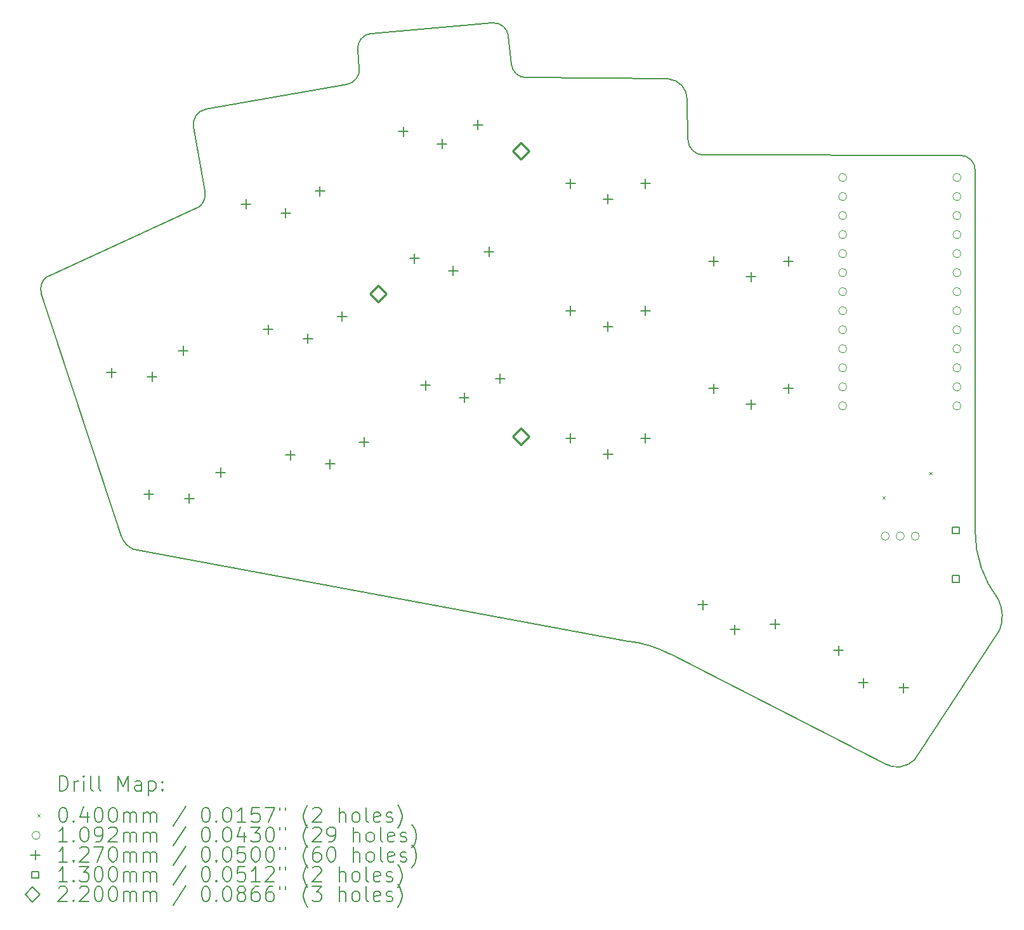
<source format=gbr>
%FSLAX45Y45*%
G04 Gerber Fmt 4.5, Leading zero omitted, Abs format (unit mm)*
G04 Created by KiCad (PCBNEW (6.0.4-0)) date 2022-04-29 17:53:32*
%MOMM*%
%LPD*%
G01*
G04 APERTURE LIST*
%TA.AperFunction,Profile*%
%ADD10C,0.150000*%
%TD*%
%ADD11C,0.200000*%
%ADD12C,0.040000*%
%ADD13C,0.109220*%
%ADD14C,0.127000*%
%ADD15C,0.130000*%
%ADD16C,0.220000*%
G04 APERTURE END LIST*
D10*
X10251727Y11883106D02*
G75*
G03*
X10450959Y11700537I199233J17424D01*
G01*
X12608825Y10870340D02*
X12598400Y11404600D01*
X8058800Y11611548D02*
G75*
G03*
X8223309Y11825945I-34731J196962D01*
G01*
X16763999Y4318001D02*
G75*
G03*
X16752859Y4733046I-472509J194990D01*
G01*
X16441111Y5648503D02*
G75*
G03*
X16752859Y4733046I1499999J-3D01*
G01*
X6012082Y11047576D02*
X6163049Y10187462D01*
X11806780Y4180264D02*
X5213573Y5402893D01*
X8383412Y12290698D02*
X9997248Y12431891D01*
X5045087Y5585913D02*
G75*
G03*
X5213573Y5402893I284373J92727D01*
G01*
X16241109Y10662943D02*
X12811720Y10667647D01*
X10450959Y11700537D02*
X12344400Y11684000D01*
X3981545Y8816164D02*
X5045086Y5585913D01*
X10213921Y12250083D02*
G75*
G03*
X9997248Y12431891I-199241J-17433D01*
G01*
X12608823Y10870340D02*
G75*
G03*
X12811720Y10667647I208337J5651D01*
G01*
X6174314Y11279267D02*
G75*
G03*
X6012083Y11047576I34730J-196961D01*
G01*
X15635421Y2598579D02*
X16764000Y4318000D01*
X12374669Y4003459D02*
G75*
G03*
X11806780Y4180264I-740959J-1379509D01*
G01*
X15240000Y2540000D02*
X12374669Y4003459D01*
X12598400Y11404600D02*
G75*
G03*
X12344400Y11684000I-271540J8300D01*
G01*
X15239997Y2539995D02*
G75*
G03*
X15635421Y2598579I158233J295765D01*
G01*
X4045827Y9037960D02*
G75*
G03*
X3981545Y8816164I127373J-157130D01*
G01*
X10213918Y12250083D02*
X10251720Y11883106D01*
X6174314Y11279267D02*
X8058800Y11611553D01*
X6089110Y9978178D02*
G75*
G03*
X6163049Y10187462I-151740J171312D01*
G01*
X8383413Y12290696D02*
G75*
G03*
X8201605Y12074028I17427J-199236D01*
G01*
X4045827Y9037960D02*
X6089109Y9978180D01*
X8223309Y11825945D02*
X8201605Y12074028D01*
X16441105Y10464800D02*
G75*
G03*
X16241109Y10662943I-193446J4750D01*
G01*
X16441109Y5648503D02*
X16441109Y10464800D01*
D11*
D12*
X15202220Y6116000D02*
X15242220Y6076000D01*
X15242220Y6116000D02*
X15202220Y6076000D01*
X15824848Y6441267D02*
X15864848Y6401267D01*
X15864848Y6441267D02*
X15824848Y6401267D01*
D13*
X14728331Y10368254D02*
G75*
G03*
X14728331Y10368254I-54610J0D01*
G01*
X14728331Y10114254D02*
G75*
G03*
X14728331Y10114254I-54610J0D01*
G01*
X14728331Y9860254D02*
G75*
G03*
X14728331Y9860254I-54610J0D01*
G01*
X14728331Y9606254D02*
G75*
G03*
X14728331Y9606254I-54610J0D01*
G01*
X14728331Y9352254D02*
G75*
G03*
X14728331Y9352254I-54610J0D01*
G01*
X14728331Y9098254D02*
G75*
G03*
X14728331Y9098254I-54610J0D01*
G01*
X14728331Y8844254D02*
G75*
G03*
X14728331Y8844254I-54610J0D01*
G01*
X14728331Y8590254D02*
G75*
G03*
X14728331Y8590254I-54610J0D01*
G01*
X14728331Y8336254D02*
G75*
G03*
X14728331Y8336254I-54610J0D01*
G01*
X14728331Y8082254D02*
G75*
G03*
X14728331Y8082254I-54610J0D01*
G01*
X14728331Y7828254D02*
G75*
G03*
X14728331Y7828254I-54610J0D01*
G01*
X14728331Y7574254D02*
G75*
G03*
X14728331Y7574254I-54610J0D01*
G01*
X14728331Y7320254D02*
G75*
G03*
X14728331Y7320254I-54610J0D01*
G01*
X15295719Y5581648D02*
G75*
G03*
X15295719Y5581648I-54610J0D01*
G01*
X15495719Y5581648D02*
G75*
G03*
X15495719Y5581648I-54610J0D01*
G01*
X15695719Y5581648D02*
G75*
G03*
X15695719Y5581648I-54610J0D01*
G01*
X16252331Y10368254D02*
G75*
G03*
X16252331Y10368254I-54610J0D01*
G01*
X16252331Y10114254D02*
G75*
G03*
X16252331Y10114254I-54610J0D01*
G01*
X16252331Y9860254D02*
G75*
G03*
X16252331Y9860254I-54610J0D01*
G01*
X16252331Y9606254D02*
G75*
G03*
X16252331Y9606254I-54610J0D01*
G01*
X16252331Y9352254D02*
G75*
G03*
X16252331Y9352254I-54610J0D01*
G01*
X16252331Y9098254D02*
G75*
G03*
X16252331Y9098254I-54610J0D01*
G01*
X16252331Y8844254D02*
G75*
G03*
X16252331Y8844254I-54610J0D01*
G01*
X16252331Y8590254D02*
G75*
G03*
X16252331Y8590254I-54610J0D01*
G01*
X16252331Y8336254D02*
G75*
G03*
X16252331Y8336254I-54610J0D01*
G01*
X16252331Y8082254D02*
G75*
G03*
X16252331Y8082254I-54610J0D01*
G01*
X16252331Y7828254D02*
G75*
G03*
X16252331Y7828254I-54610J0D01*
G01*
X16252331Y7574254D02*
G75*
G03*
X16252331Y7574254I-54610J0D01*
G01*
X16252331Y7320254D02*
G75*
G03*
X16252331Y7320254I-54610J0D01*
G01*
D14*
X4917175Y7826915D02*
X4917175Y7699915D01*
X4853675Y7763415D02*
X4980675Y7763415D01*
X5414207Y6201196D02*
X5414207Y6074196D01*
X5350707Y6137696D02*
X5477707Y6137696D01*
X5456725Y7772276D02*
X5456725Y7645276D01*
X5393225Y7708776D02*
X5520225Y7708776D01*
X5456725Y7772276D02*
X5456725Y7645276D01*
X5393225Y7708776D02*
X5520225Y7708776D01*
X5873479Y8119286D02*
X5873479Y7992286D01*
X5809979Y8055786D02*
X5936979Y8055786D01*
X5953757Y6146558D02*
X5953757Y6019558D01*
X5890257Y6083058D02*
X6017257Y6083058D01*
X5953757Y6146558D02*
X5953757Y6019558D01*
X5890257Y6083058D02*
X6017257Y6083058D01*
X6370511Y6493568D02*
X6370511Y6366568D01*
X6307011Y6430068D02*
X6434011Y6430068D01*
X6712293Y10076956D02*
X6712293Y9949956D01*
X6648793Y10013456D02*
X6775793Y10013456D01*
X7007495Y8402783D02*
X7007495Y8275782D01*
X6943995Y8339282D02*
X7070995Y8339282D01*
X7241163Y9956970D02*
X7241163Y9829970D01*
X7177663Y9893470D02*
X7304663Y9893470D01*
X7241163Y9956970D02*
X7241163Y9829970D01*
X7177663Y9893470D02*
X7304663Y9893470D01*
X7302697Y6728609D02*
X7302697Y6601609D01*
X7239197Y6665109D02*
X7366197Y6665109D01*
X7536365Y8282797D02*
X7536365Y8155797D01*
X7472865Y8219297D02*
X7599865Y8219297D01*
X7536365Y8282797D02*
X7536365Y8155797D01*
X7472865Y8219297D02*
X7599865Y8219297D01*
X7697101Y10250604D02*
X7697101Y10123604D01*
X7633601Y10187104D02*
X7760601Y10187104D01*
X7831567Y6608624D02*
X7831567Y6481624D01*
X7768067Y6545124D02*
X7895067Y6545124D01*
X7831567Y6608624D02*
X7831567Y6481624D01*
X7768067Y6545124D02*
X7895067Y6545124D01*
X7992303Y8576431D02*
X7992303Y8449431D01*
X7928803Y8512931D02*
X8055803Y8512931D01*
X8287505Y6902257D02*
X8287505Y6775257D01*
X8224005Y6838757D02*
X8351005Y6838757D01*
X8809021Y11046316D02*
X8809021Y10919316D01*
X8745521Y10982816D02*
X8872521Y10982816D01*
X8957186Y9352785D02*
X8957186Y9225785D01*
X8893686Y9289285D02*
X9020686Y9289285D01*
X9105351Y7659254D02*
X9105351Y7532254D01*
X9041851Y7595754D02*
X9168851Y7595754D01*
X9325422Y10880693D02*
X9325422Y10753693D01*
X9261922Y10817193D02*
X9388922Y10817193D01*
X9325422Y10880693D02*
X9325422Y10753693D01*
X9261922Y10817193D02*
X9388922Y10817193D01*
X9473586Y9187162D02*
X9473586Y9060162D01*
X9410086Y9123662D02*
X9537086Y9123662D01*
X9473586Y9187162D02*
X9473586Y9060162D01*
X9410086Y9123662D02*
X9537086Y9123662D01*
X9621751Y7493631D02*
X9621751Y7366631D01*
X9558251Y7430131D02*
X9685251Y7430131D01*
X9621751Y7493631D02*
X9621751Y7366631D01*
X9558251Y7430131D02*
X9685251Y7430131D01*
X9805216Y11133472D02*
X9805216Y11006472D01*
X9741716Y11069972D02*
X9868716Y11069972D01*
X9953381Y9439941D02*
X9953381Y9312941D01*
X9889881Y9376441D02*
X10016881Y9376441D01*
X10101546Y7746410D02*
X10101546Y7619410D01*
X10038046Y7682910D02*
X10165046Y7682910D01*
X11041109Y10352102D02*
X11041109Y10225102D01*
X10977609Y10288602D02*
X11104609Y10288602D01*
X11041109Y8652102D02*
X11041109Y8525102D01*
X10977609Y8588602D02*
X11104609Y8588602D01*
X11041109Y6952102D02*
X11041109Y6825102D01*
X10977609Y6888602D02*
X11104609Y6888602D01*
X11541109Y10142102D02*
X11541109Y10015102D01*
X11477609Y10078602D02*
X11604609Y10078602D01*
X11541109Y10142102D02*
X11541109Y10015102D01*
X11477609Y10078602D02*
X11604609Y10078602D01*
X11541109Y8442102D02*
X11541109Y8315102D01*
X11477609Y8378602D02*
X11604609Y8378602D01*
X11541109Y8442102D02*
X11541109Y8315102D01*
X11477609Y8378602D02*
X11604609Y8378602D01*
X11541109Y6742102D02*
X11541109Y6615102D01*
X11477609Y6678602D02*
X11604609Y6678602D01*
X11541109Y6742102D02*
X11541109Y6615102D01*
X11477609Y6678602D02*
X11604609Y6678602D01*
X12041109Y10352102D02*
X12041109Y10225102D01*
X11977609Y10288602D02*
X12104609Y10288602D01*
X12041109Y8652102D02*
X12041109Y8525102D01*
X11977609Y8588602D02*
X12104609Y8588602D01*
X12041109Y6952102D02*
X12041109Y6825102D01*
X11977609Y6888602D02*
X12104609Y6888602D01*
X12807790Y4729732D02*
X12807790Y4602732D01*
X12744290Y4666232D02*
X12871290Y4666232D01*
X12951733Y9314599D02*
X12951733Y9187599D01*
X12888233Y9251099D02*
X13015233Y9251099D01*
X12951733Y7614598D02*
X12951733Y7487598D01*
X12888233Y7551098D02*
X13015233Y7551098D01*
X13236401Y4397478D02*
X13236401Y4270478D01*
X13172901Y4333978D02*
X13299901Y4333978D01*
X13236401Y4397478D02*
X13236401Y4270478D01*
X13172901Y4333978D02*
X13299901Y4333978D01*
X13451733Y9104599D02*
X13451733Y8977599D01*
X13388233Y9041099D02*
X13515233Y9041099D01*
X13451733Y9104599D02*
X13451733Y8977599D01*
X13388233Y9041099D02*
X13515233Y9041099D01*
X13451733Y7404598D02*
X13451733Y7277598D01*
X13388233Y7341098D02*
X13515233Y7341098D01*
X13451733Y7404598D02*
X13451733Y7277598D01*
X13388233Y7341098D02*
X13515233Y7341098D01*
X13773716Y4470913D02*
X13773716Y4343913D01*
X13710216Y4407413D02*
X13837216Y4407413D01*
X13951733Y9314599D02*
X13951733Y9187599D01*
X13888233Y9251099D02*
X14015233Y9251099D01*
X13951733Y7614598D02*
X13951733Y7487598D01*
X13888233Y7551098D02*
X14015233Y7551098D01*
X14619852Y4120432D02*
X14619852Y3993432D01*
X14556352Y4056932D02*
X14683352Y4056932D01*
X14947864Y3688566D02*
X14947864Y3561566D01*
X14884364Y3625066D02*
X15011364Y3625066D01*
X14947864Y3688566D02*
X14947864Y3561566D01*
X14884364Y3625066D02*
X15011364Y3625066D01*
X15485877Y3620432D02*
X15485877Y3493432D01*
X15422377Y3556932D02*
X15549377Y3556932D01*
D15*
X16230962Y5613038D02*
X16230962Y5704962D01*
X16139038Y5704962D01*
X16139038Y5613038D01*
X16230962Y5613038D01*
X16230962Y4963038D02*
X16230962Y5054962D01*
X16139038Y5054962D01*
X16139038Y4963038D01*
X16230962Y4963038D01*
D16*
X8473325Y8703912D02*
X8583325Y8813912D01*
X8473325Y8923912D01*
X8363325Y8813912D01*
X8473325Y8703912D01*
X10378325Y10608912D02*
X10488325Y10718912D01*
X10378325Y10828912D01*
X10268325Y10718912D01*
X10378325Y10608912D01*
X10378325Y6798912D02*
X10488325Y6908912D01*
X10378325Y7018912D01*
X10268325Y6908912D01*
X10378325Y6798912D01*
D11*
X4221048Y2182352D02*
X4221048Y2382352D01*
X4268667Y2382352D01*
X4297239Y2372828D01*
X4316286Y2353780D01*
X4325810Y2334733D01*
X4335334Y2296637D01*
X4335334Y2268066D01*
X4325810Y2229971D01*
X4316286Y2210923D01*
X4297239Y2191875D01*
X4268667Y2182352D01*
X4221048Y2182352D01*
X4421048Y2182352D02*
X4421048Y2315685D01*
X4421048Y2277590D02*
X4430572Y2296637D01*
X4440096Y2306161D01*
X4459144Y2315685D01*
X4478191Y2315685D01*
X4544858Y2182352D02*
X4544858Y2315685D01*
X4544858Y2382352D02*
X4535334Y2372828D01*
X4544858Y2363304D01*
X4554382Y2372828D01*
X4544858Y2382352D01*
X4544858Y2363304D01*
X4668667Y2182352D02*
X4649620Y2191875D01*
X4640096Y2210923D01*
X4640096Y2382352D01*
X4773429Y2182352D02*
X4754382Y2191875D01*
X4744858Y2210923D01*
X4744858Y2382352D01*
X5002001Y2182352D02*
X5002001Y2382352D01*
X5068667Y2239494D01*
X5135334Y2382352D01*
X5135334Y2182352D01*
X5316286Y2182352D02*
X5316286Y2287114D01*
X5306763Y2306161D01*
X5287715Y2315685D01*
X5249620Y2315685D01*
X5230572Y2306161D01*
X5316286Y2191875D02*
X5297239Y2182352D01*
X5249620Y2182352D01*
X5230572Y2191875D01*
X5221048Y2210923D01*
X5221048Y2229971D01*
X5230572Y2249018D01*
X5249620Y2258542D01*
X5297239Y2258542D01*
X5316286Y2268066D01*
X5411525Y2315685D02*
X5411525Y2115685D01*
X5411525Y2306161D02*
X5430572Y2315685D01*
X5468667Y2315685D01*
X5487715Y2306161D01*
X5497239Y2296637D01*
X5506763Y2277590D01*
X5506763Y2220447D01*
X5497239Y2201399D01*
X5487715Y2191875D01*
X5468667Y2182352D01*
X5430572Y2182352D01*
X5411525Y2191875D01*
X5592477Y2201399D02*
X5602001Y2191875D01*
X5592477Y2182352D01*
X5582953Y2191875D01*
X5592477Y2201399D01*
X5592477Y2182352D01*
X5592477Y2306161D02*
X5602001Y2296637D01*
X5592477Y2287114D01*
X5582953Y2296637D01*
X5592477Y2306161D01*
X5592477Y2287114D01*
D12*
X3923429Y1872828D02*
X3963429Y1832828D01*
X3963429Y1872828D02*
X3923429Y1832828D01*
D11*
X4259144Y1962352D02*
X4278191Y1962352D01*
X4297239Y1952828D01*
X4306763Y1943304D01*
X4316286Y1924256D01*
X4325810Y1886161D01*
X4325810Y1838542D01*
X4316286Y1800447D01*
X4306763Y1781399D01*
X4297239Y1771875D01*
X4278191Y1762352D01*
X4259144Y1762352D01*
X4240096Y1771875D01*
X4230572Y1781399D01*
X4221048Y1800447D01*
X4211525Y1838542D01*
X4211525Y1886161D01*
X4221048Y1924256D01*
X4230572Y1943304D01*
X4240096Y1952828D01*
X4259144Y1962352D01*
X4411525Y1781399D02*
X4421048Y1771875D01*
X4411525Y1762352D01*
X4402001Y1771875D01*
X4411525Y1781399D01*
X4411525Y1762352D01*
X4592477Y1895685D02*
X4592477Y1762352D01*
X4544858Y1971875D02*
X4497239Y1829018D01*
X4621048Y1829018D01*
X4735334Y1962352D02*
X4754382Y1962352D01*
X4773429Y1952828D01*
X4782953Y1943304D01*
X4792477Y1924256D01*
X4802001Y1886161D01*
X4802001Y1838542D01*
X4792477Y1800447D01*
X4782953Y1781399D01*
X4773429Y1771875D01*
X4754382Y1762352D01*
X4735334Y1762352D01*
X4716286Y1771875D01*
X4706763Y1781399D01*
X4697239Y1800447D01*
X4687715Y1838542D01*
X4687715Y1886161D01*
X4697239Y1924256D01*
X4706763Y1943304D01*
X4716286Y1952828D01*
X4735334Y1962352D01*
X4925810Y1962352D02*
X4944858Y1962352D01*
X4963905Y1952828D01*
X4973429Y1943304D01*
X4982953Y1924256D01*
X4992477Y1886161D01*
X4992477Y1838542D01*
X4982953Y1800447D01*
X4973429Y1781399D01*
X4963905Y1771875D01*
X4944858Y1762352D01*
X4925810Y1762352D01*
X4906763Y1771875D01*
X4897239Y1781399D01*
X4887715Y1800447D01*
X4878191Y1838542D01*
X4878191Y1886161D01*
X4887715Y1924256D01*
X4897239Y1943304D01*
X4906763Y1952828D01*
X4925810Y1962352D01*
X5078191Y1762352D02*
X5078191Y1895685D01*
X5078191Y1876637D02*
X5087715Y1886161D01*
X5106763Y1895685D01*
X5135334Y1895685D01*
X5154382Y1886161D01*
X5163905Y1867113D01*
X5163905Y1762352D01*
X5163905Y1867113D02*
X5173429Y1886161D01*
X5192477Y1895685D01*
X5221048Y1895685D01*
X5240096Y1886161D01*
X5249620Y1867113D01*
X5249620Y1762352D01*
X5344858Y1762352D02*
X5344858Y1895685D01*
X5344858Y1876637D02*
X5354382Y1886161D01*
X5373429Y1895685D01*
X5402001Y1895685D01*
X5421048Y1886161D01*
X5430572Y1867113D01*
X5430572Y1762352D01*
X5430572Y1867113D02*
X5440096Y1886161D01*
X5459144Y1895685D01*
X5487715Y1895685D01*
X5506763Y1886161D01*
X5516286Y1867113D01*
X5516286Y1762352D01*
X5906763Y1971875D02*
X5735334Y1714732D01*
X6163905Y1962352D02*
X6182953Y1962352D01*
X6202001Y1952828D01*
X6211524Y1943304D01*
X6221048Y1924256D01*
X6230572Y1886161D01*
X6230572Y1838542D01*
X6221048Y1800447D01*
X6211524Y1781399D01*
X6202001Y1771875D01*
X6182953Y1762352D01*
X6163905Y1762352D01*
X6144858Y1771875D01*
X6135334Y1781399D01*
X6125810Y1800447D01*
X6116286Y1838542D01*
X6116286Y1886161D01*
X6125810Y1924256D01*
X6135334Y1943304D01*
X6144858Y1952828D01*
X6163905Y1962352D01*
X6316286Y1781399D02*
X6325810Y1771875D01*
X6316286Y1762352D01*
X6306763Y1771875D01*
X6316286Y1781399D01*
X6316286Y1762352D01*
X6449620Y1962352D02*
X6468667Y1962352D01*
X6487715Y1952828D01*
X6497239Y1943304D01*
X6506763Y1924256D01*
X6516286Y1886161D01*
X6516286Y1838542D01*
X6506763Y1800447D01*
X6497239Y1781399D01*
X6487715Y1771875D01*
X6468667Y1762352D01*
X6449620Y1762352D01*
X6430572Y1771875D01*
X6421048Y1781399D01*
X6411524Y1800447D01*
X6402001Y1838542D01*
X6402001Y1886161D01*
X6411524Y1924256D01*
X6421048Y1943304D01*
X6430572Y1952828D01*
X6449620Y1962352D01*
X6706763Y1762352D02*
X6592477Y1762352D01*
X6649620Y1762352D02*
X6649620Y1962352D01*
X6630572Y1933780D01*
X6611524Y1914732D01*
X6592477Y1905209D01*
X6887715Y1962352D02*
X6792477Y1962352D01*
X6782953Y1867113D01*
X6792477Y1876637D01*
X6811524Y1886161D01*
X6859143Y1886161D01*
X6878191Y1876637D01*
X6887715Y1867113D01*
X6897239Y1848066D01*
X6897239Y1800447D01*
X6887715Y1781399D01*
X6878191Y1771875D01*
X6859143Y1762352D01*
X6811524Y1762352D01*
X6792477Y1771875D01*
X6782953Y1781399D01*
X6963905Y1962352D02*
X7097239Y1962352D01*
X7011524Y1762352D01*
X7163905Y1962352D02*
X7163905Y1924256D01*
X7240096Y1962352D02*
X7240096Y1924256D01*
X7535334Y1686161D02*
X7525810Y1695685D01*
X7506763Y1724256D01*
X7497239Y1743304D01*
X7487715Y1771875D01*
X7478191Y1819494D01*
X7478191Y1857590D01*
X7487715Y1905209D01*
X7497239Y1933780D01*
X7506763Y1952828D01*
X7525810Y1981399D01*
X7535334Y1990923D01*
X7602001Y1943304D02*
X7611524Y1952828D01*
X7630572Y1962352D01*
X7678191Y1962352D01*
X7697239Y1952828D01*
X7706763Y1943304D01*
X7716286Y1924256D01*
X7716286Y1905209D01*
X7706763Y1876637D01*
X7592477Y1762352D01*
X7716286Y1762352D01*
X7954382Y1762352D02*
X7954382Y1962352D01*
X8040096Y1762352D02*
X8040096Y1867113D01*
X8030572Y1886161D01*
X8011524Y1895685D01*
X7982953Y1895685D01*
X7963905Y1886161D01*
X7954382Y1876637D01*
X8163905Y1762352D02*
X8144858Y1771875D01*
X8135334Y1781399D01*
X8125810Y1800447D01*
X8125810Y1857590D01*
X8135334Y1876637D01*
X8144858Y1886161D01*
X8163905Y1895685D01*
X8192477Y1895685D01*
X8211524Y1886161D01*
X8221048Y1876637D01*
X8230572Y1857590D01*
X8230572Y1800447D01*
X8221048Y1781399D01*
X8211524Y1771875D01*
X8192477Y1762352D01*
X8163905Y1762352D01*
X8344858Y1762352D02*
X8325810Y1771875D01*
X8316286Y1790923D01*
X8316286Y1962352D01*
X8497239Y1771875D02*
X8478191Y1762352D01*
X8440096Y1762352D01*
X8421048Y1771875D01*
X8411525Y1790923D01*
X8411525Y1867113D01*
X8421048Y1886161D01*
X8440096Y1895685D01*
X8478191Y1895685D01*
X8497239Y1886161D01*
X8506763Y1867113D01*
X8506763Y1848066D01*
X8411525Y1829018D01*
X8582953Y1771875D02*
X8602001Y1762352D01*
X8640096Y1762352D01*
X8659144Y1771875D01*
X8668667Y1790923D01*
X8668667Y1800447D01*
X8659144Y1819494D01*
X8640096Y1829018D01*
X8611525Y1829018D01*
X8592477Y1838542D01*
X8582953Y1857590D01*
X8582953Y1867113D01*
X8592477Y1886161D01*
X8611525Y1895685D01*
X8640096Y1895685D01*
X8659144Y1886161D01*
X8735334Y1686161D02*
X8744858Y1695685D01*
X8763905Y1724256D01*
X8773429Y1743304D01*
X8782953Y1771875D01*
X8792477Y1819494D01*
X8792477Y1857590D01*
X8782953Y1905209D01*
X8773429Y1933780D01*
X8763905Y1952828D01*
X8744858Y1981399D01*
X8735334Y1990923D01*
D13*
X3963429Y1588828D02*
G75*
G03*
X3963429Y1588828I-54610J0D01*
G01*
D11*
X4325810Y1498352D02*
X4211525Y1498352D01*
X4268667Y1498352D02*
X4268667Y1698352D01*
X4249620Y1669780D01*
X4230572Y1650732D01*
X4211525Y1641209D01*
X4411525Y1517399D02*
X4421048Y1507875D01*
X4411525Y1498352D01*
X4402001Y1507875D01*
X4411525Y1517399D01*
X4411525Y1498352D01*
X4544858Y1698352D02*
X4563905Y1698352D01*
X4582953Y1688828D01*
X4592477Y1679304D01*
X4602001Y1660256D01*
X4611525Y1622161D01*
X4611525Y1574542D01*
X4602001Y1536447D01*
X4592477Y1517399D01*
X4582953Y1507875D01*
X4563905Y1498352D01*
X4544858Y1498352D01*
X4525810Y1507875D01*
X4516286Y1517399D01*
X4506763Y1536447D01*
X4497239Y1574542D01*
X4497239Y1622161D01*
X4506763Y1660256D01*
X4516286Y1679304D01*
X4525810Y1688828D01*
X4544858Y1698352D01*
X4706763Y1498352D02*
X4744858Y1498352D01*
X4763905Y1507875D01*
X4773429Y1517399D01*
X4792477Y1545971D01*
X4802001Y1584066D01*
X4802001Y1660256D01*
X4792477Y1679304D01*
X4782953Y1688828D01*
X4763905Y1698352D01*
X4725810Y1698352D01*
X4706763Y1688828D01*
X4697239Y1679304D01*
X4687715Y1660256D01*
X4687715Y1612637D01*
X4697239Y1593590D01*
X4706763Y1584066D01*
X4725810Y1574542D01*
X4763905Y1574542D01*
X4782953Y1584066D01*
X4792477Y1593590D01*
X4802001Y1612637D01*
X4878191Y1679304D02*
X4887715Y1688828D01*
X4906763Y1698352D01*
X4954382Y1698352D01*
X4973429Y1688828D01*
X4982953Y1679304D01*
X4992477Y1660256D01*
X4992477Y1641209D01*
X4982953Y1612637D01*
X4868667Y1498352D01*
X4992477Y1498352D01*
X5078191Y1498352D02*
X5078191Y1631685D01*
X5078191Y1612637D02*
X5087715Y1622161D01*
X5106763Y1631685D01*
X5135334Y1631685D01*
X5154382Y1622161D01*
X5163905Y1603113D01*
X5163905Y1498352D01*
X5163905Y1603113D02*
X5173429Y1622161D01*
X5192477Y1631685D01*
X5221048Y1631685D01*
X5240096Y1622161D01*
X5249620Y1603113D01*
X5249620Y1498352D01*
X5344858Y1498352D02*
X5344858Y1631685D01*
X5344858Y1612637D02*
X5354382Y1622161D01*
X5373429Y1631685D01*
X5402001Y1631685D01*
X5421048Y1622161D01*
X5430572Y1603113D01*
X5430572Y1498352D01*
X5430572Y1603113D02*
X5440096Y1622161D01*
X5459144Y1631685D01*
X5487715Y1631685D01*
X5506763Y1622161D01*
X5516286Y1603113D01*
X5516286Y1498352D01*
X5906763Y1707875D02*
X5735334Y1450732D01*
X6163905Y1698352D02*
X6182953Y1698352D01*
X6202001Y1688828D01*
X6211524Y1679304D01*
X6221048Y1660256D01*
X6230572Y1622161D01*
X6230572Y1574542D01*
X6221048Y1536447D01*
X6211524Y1517399D01*
X6202001Y1507875D01*
X6182953Y1498352D01*
X6163905Y1498352D01*
X6144858Y1507875D01*
X6135334Y1517399D01*
X6125810Y1536447D01*
X6116286Y1574542D01*
X6116286Y1622161D01*
X6125810Y1660256D01*
X6135334Y1679304D01*
X6144858Y1688828D01*
X6163905Y1698352D01*
X6316286Y1517399D02*
X6325810Y1507875D01*
X6316286Y1498352D01*
X6306763Y1507875D01*
X6316286Y1517399D01*
X6316286Y1498352D01*
X6449620Y1698352D02*
X6468667Y1698352D01*
X6487715Y1688828D01*
X6497239Y1679304D01*
X6506763Y1660256D01*
X6516286Y1622161D01*
X6516286Y1574542D01*
X6506763Y1536447D01*
X6497239Y1517399D01*
X6487715Y1507875D01*
X6468667Y1498352D01*
X6449620Y1498352D01*
X6430572Y1507875D01*
X6421048Y1517399D01*
X6411524Y1536447D01*
X6402001Y1574542D01*
X6402001Y1622161D01*
X6411524Y1660256D01*
X6421048Y1679304D01*
X6430572Y1688828D01*
X6449620Y1698352D01*
X6687715Y1631685D02*
X6687715Y1498352D01*
X6640096Y1707875D02*
X6592477Y1565018D01*
X6716286Y1565018D01*
X6773429Y1698352D02*
X6897239Y1698352D01*
X6830572Y1622161D01*
X6859143Y1622161D01*
X6878191Y1612637D01*
X6887715Y1603113D01*
X6897239Y1584066D01*
X6897239Y1536447D01*
X6887715Y1517399D01*
X6878191Y1507875D01*
X6859143Y1498352D01*
X6802001Y1498352D01*
X6782953Y1507875D01*
X6773429Y1517399D01*
X7021048Y1698352D02*
X7040096Y1698352D01*
X7059143Y1688828D01*
X7068667Y1679304D01*
X7078191Y1660256D01*
X7087715Y1622161D01*
X7087715Y1574542D01*
X7078191Y1536447D01*
X7068667Y1517399D01*
X7059143Y1507875D01*
X7040096Y1498352D01*
X7021048Y1498352D01*
X7002001Y1507875D01*
X6992477Y1517399D01*
X6982953Y1536447D01*
X6973429Y1574542D01*
X6973429Y1622161D01*
X6982953Y1660256D01*
X6992477Y1679304D01*
X7002001Y1688828D01*
X7021048Y1698352D01*
X7163905Y1698352D02*
X7163905Y1660256D01*
X7240096Y1698352D02*
X7240096Y1660256D01*
X7535334Y1422161D02*
X7525810Y1431685D01*
X7506763Y1460256D01*
X7497239Y1479304D01*
X7487715Y1507875D01*
X7478191Y1555494D01*
X7478191Y1593590D01*
X7487715Y1641209D01*
X7497239Y1669780D01*
X7506763Y1688828D01*
X7525810Y1717399D01*
X7535334Y1726923D01*
X7602001Y1679304D02*
X7611524Y1688828D01*
X7630572Y1698352D01*
X7678191Y1698352D01*
X7697239Y1688828D01*
X7706763Y1679304D01*
X7716286Y1660256D01*
X7716286Y1641209D01*
X7706763Y1612637D01*
X7592477Y1498352D01*
X7716286Y1498352D01*
X7811524Y1498352D02*
X7849620Y1498352D01*
X7868667Y1507875D01*
X7878191Y1517399D01*
X7897239Y1545971D01*
X7906763Y1584066D01*
X7906763Y1660256D01*
X7897239Y1679304D01*
X7887715Y1688828D01*
X7868667Y1698352D01*
X7830572Y1698352D01*
X7811524Y1688828D01*
X7802001Y1679304D01*
X7792477Y1660256D01*
X7792477Y1612637D01*
X7802001Y1593590D01*
X7811524Y1584066D01*
X7830572Y1574542D01*
X7868667Y1574542D01*
X7887715Y1584066D01*
X7897239Y1593590D01*
X7906763Y1612637D01*
X8144858Y1498352D02*
X8144858Y1698352D01*
X8230572Y1498352D02*
X8230572Y1603113D01*
X8221048Y1622161D01*
X8202001Y1631685D01*
X8173429Y1631685D01*
X8154382Y1622161D01*
X8144858Y1612637D01*
X8354382Y1498352D02*
X8335334Y1507875D01*
X8325810Y1517399D01*
X8316286Y1536447D01*
X8316286Y1593590D01*
X8325810Y1612637D01*
X8335334Y1622161D01*
X8354382Y1631685D01*
X8382953Y1631685D01*
X8402001Y1622161D01*
X8411525Y1612637D01*
X8421048Y1593590D01*
X8421048Y1536447D01*
X8411525Y1517399D01*
X8402001Y1507875D01*
X8382953Y1498352D01*
X8354382Y1498352D01*
X8535334Y1498352D02*
X8516286Y1507875D01*
X8506763Y1526923D01*
X8506763Y1698352D01*
X8687715Y1507875D02*
X8668667Y1498352D01*
X8630572Y1498352D01*
X8611525Y1507875D01*
X8602001Y1526923D01*
X8602001Y1603113D01*
X8611525Y1622161D01*
X8630572Y1631685D01*
X8668667Y1631685D01*
X8687715Y1622161D01*
X8697239Y1603113D01*
X8697239Y1584066D01*
X8602001Y1565018D01*
X8773429Y1507875D02*
X8792477Y1498352D01*
X8830572Y1498352D01*
X8849620Y1507875D01*
X8859144Y1526923D01*
X8859144Y1536447D01*
X8849620Y1555494D01*
X8830572Y1565018D01*
X8802001Y1565018D01*
X8782953Y1574542D01*
X8773429Y1593590D01*
X8773429Y1603113D01*
X8782953Y1622161D01*
X8802001Y1631685D01*
X8830572Y1631685D01*
X8849620Y1622161D01*
X8925810Y1422161D02*
X8935334Y1431685D01*
X8954382Y1460256D01*
X8963905Y1479304D01*
X8973429Y1507875D01*
X8982953Y1555494D01*
X8982953Y1593590D01*
X8973429Y1641209D01*
X8963905Y1669780D01*
X8954382Y1688828D01*
X8935334Y1717399D01*
X8925810Y1726923D01*
D14*
X3899929Y1388328D02*
X3899929Y1261328D01*
X3836429Y1324828D02*
X3963429Y1324828D01*
D11*
X4325810Y1234352D02*
X4211525Y1234352D01*
X4268667Y1234352D02*
X4268667Y1434352D01*
X4249620Y1405780D01*
X4230572Y1386733D01*
X4211525Y1377209D01*
X4411525Y1253399D02*
X4421048Y1243875D01*
X4411525Y1234352D01*
X4402001Y1243875D01*
X4411525Y1253399D01*
X4411525Y1234352D01*
X4497239Y1415304D02*
X4506763Y1424828D01*
X4525810Y1434352D01*
X4573429Y1434352D01*
X4592477Y1424828D01*
X4602001Y1415304D01*
X4611525Y1396256D01*
X4611525Y1377209D01*
X4602001Y1348637D01*
X4487715Y1234352D01*
X4611525Y1234352D01*
X4678191Y1434352D02*
X4811525Y1434352D01*
X4725810Y1234352D01*
X4925810Y1434352D02*
X4944858Y1434352D01*
X4963905Y1424828D01*
X4973429Y1415304D01*
X4982953Y1396256D01*
X4992477Y1358161D01*
X4992477Y1310542D01*
X4982953Y1272447D01*
X4973429Y1253399D01*
X4963905Y1243875D01*
X4944858Y1234352D01*
X4925810Y1234352D01*
X4906763Y1243875D01*
X4897239Y1253399D01*
X4887715Y1272447D01*
X4878191Y1310542D01*
X4878191Y1358161D01*
X4887715Y1396256D01*
X4897239Y1415304D01*
X4906763Y1424828D01*
X4925810Y1434352D01*
X5078191Y1234352D02*
X5078191Y1367685D01*
X5078191Y1348637D02*
X5087715Y1358161D01*
X5106763Y1367685D01*
X5135334Y1367685D01*
X5154382Y1358161D01*
X5163905Y1339114D01*
X5163905Y1234352D01*
X5163905Y1339114D02*
X5173429Y1358161D01*
X5192477Y1367685D01*
X5221048Y1367685D01*
X5240096Y1358161D01*
X5249620Y1339114D01*
X5249620Y1234352D01*
X5344858Y1234352D02*
X5344858Y1367685D01*
X5344858Y1348637D02*
X5354382Y1358161D01*
X5373429Y1367685D01*
X5402001Y1367685D01*
X5421048Y1358161D01*
X5430572Y1339114D01*
X5430572Y1234352D01*
X5430572Y1339114D02*
X5440096Y1358161D01*
X5459144Y1367685D01*
X5487715Y1367685D01*
X5506763Y1358161D01*
X5516286Y1339114D01*
X5516286Y1234352D01*
X5906763Y1443875D02*
X5735334Y1186733D01*
X6163905Y1434352D02*
X6182953Y1434352D01*
X6202001Y1424828D01*
X6211524Y1415304D01*
X6221048Y1396256D01*
X6230572Y1358161D01*
X6230572Y1310542D01*
X6221048Y1272447D01*
X6211524Y1253399D01*
X6202001Y1243875D01*
X6182953Y1234352D01*
X6163905Y1234352D01*
X6144858Y1243875D01*
X6135334Y1253399D01*
X6125810Y1272447D01*
X6116286Y1310542D01*
X6116286Y1358161D01*
X6125810Y1396256D01*
X6135334Y1415304D01*
X6144858Y1424828D01*
X6163905Y1434352D01*
X6316286Y1253399D02*
X6325810Y1243875D01*
X6316286Y1234352D01*
X6306763Y1243875D01*
X6316286Y1253399D01*
X6316286Y1234352D01*
X6449620Y1434352D02*
X6468667Y1434352D01*
X6487715Y1424828D01*
X6497239Y1415304D01*
X6506763Y1396256D01*
X6516286Y1358161D01*
X6516286Y1310542D01*
X6506763Y1272447D01*
X6497239Y1253399D01*
X6487715Y1243875D01*
X6468667Y1234352D01*
X6449620Y1234352D01*
X6430572Y1243875D01*
X6421048Y1253399D01*
X6411524Y1272447D01*
X6402001Y1310542D01*
X6402001Y1358161D01*
X6411524Y1396256D01*
X6421048Y1415304D01*
X6430572Y1424828D01*
X6449620Y1434352D01*
X6697239Y1434352D02*
X6602001Y1434352D01*
X6592477Y1339114D01*
X6602001Y1348637D01*
X6621048Y1358161D01*
X6668667Y1358161D01*
X6687715Y1348637D01*
X6697239Y1339114D01*
X6706763Y1320066D01*
X6706763Y1272447D01*
X6697239Y1253399D01*
X6687715Y1243875D01*
X6668667Y1234352D01*
X6621048Y1234352D01*
X6602001Y1243875D01*
X6592477Y1253399D01*
X6830572Y1434352D02*
X6849620Y1434352D01*
X6868667Y1424828D01*
X6878191Y1415304D01*
X6887715Y1396256D01*
X6897239Y1358161D01*
X6897239Y1310542D01*
X6887715Y1272447D01*
X6878191Y1253399D01*
X6868667Y1243875D01*
X6849620Y1234352D01*
X6830572Y1234352D01*
X6811524Y1243875D01*
X6802001Y1253399D01*
X6792477Y1272447D01*
X6782953Y1310542D01*
X6782953Y1358161D01*
X6792477Y1396256D01*
X6802001Y1415304D01*
X6811524Y1424828D01*
X6830572Y1434352D01*
X7021048Y1434352D02*
X7040096Y1434352D01*
X7059143Y1424828D01*
X7068667Y1415304D01*
X7078191Y1396256D01*
X7087715Y1358161D01*
X7087715Y1310542D01*
X7078191Y1272447D01*
X7068667Y1253399D01*
X7059143Y1243875D01*
X7040096Y1234352D01*
X7021048Y1234352D01*
X7002001Y1243875D01*
X6992477Y1253399D01*
X6982953Y1272447D01*
X6973429Y1310542D01*
X6973429Y1358161D01*
X6982953Y1396256D01*
X6992477Y1415304D01*
X7002001Y1424828D01*
X7021048Y1434352D01*
X7163905Y1434352D02*
X7163905Y1396256D01*
X7240096Y1434352D02*
X7240096Y1396256D01*
X7535334Y1158161D02*
X7525810Y1167685D01*
X7506763Y1196256D01*
X7497239Y1215304D01*
X7487715Y1243875D01*
X7478191Y1291494D01*
X7478191Y1329590D01*
X7487715Y1377209D01*
X7497239Y1405780D01*
X7506763Y1424828D01*
X7525810Y1453399D01*
X7535334Y1462923D01*
X7697239Y1434352D02*
X7659143Y1434352D01*
X7640096Y1424828D01*
X7630572Y1415304D01*
X7611524Y1386733D01*
X7602001Y1348637D01*
X7602001Y1272447D01*
X7611524Y1253399D01*
X7621048Y1243875D01*
X7640096Y1234352D01*
X7678191Y1234352D01*
X7697239Y1243875D01*
X7706763Y1253399D01*
X7716286Y1272447D01*
X7716286Y1320066D01*
X7706763Y1339114D01*
X7697239Y1348637D01*
X7678191Y1358161D01*
X7640096Y1358161D01*
X7621048Y1348637D01*
X7611524Y1339114D01*
X7602001Y1320066D01*
X7840096Y1434352D02*
X7859143Y1434352D01*
X7878191Y1424828D01*
X7887715Y1415304D01*
X7897239Y1396256D01*
X7906763Y1358161D01*
X7906763Y1310542D01*
X7897239Y1272447D01*
X7887715Y1253399D01*
X7878191Y1243875D01*
X7859143Y1234352D01*
X7840096Y1234352D01*
X7821048Y1243875D01*
X7811524Y1253399D01*
X7802001Y1272447D01*
X7792477Y1310542D01*
X7792477Y1358161D01*
X7802001Y1396256D01*
X7811524Y1415304D01*
X7821048Y1424828D01*
X7840096Y1434352D01*
X8144858Y1234352D02*
X8144858Y1434352D01*
X8230572Y1234352D02*
X8230572Y1339114D01*
X8221048Y1358161D01*
X8202001Y1367685D01*
X8173429Y1367685D01*
X8154382Y1358161D01*
X8144858Y1348637D01*
X8354382Y1234352D02*
X8335334Y1243875D01*
X8325810Y1253399D01*
X8316286Y1272447D01*
X8316286Y1329590D01*
X8325810Y1348637D01*
X8335334Y1358161D01*
X8354382Y1367685D01*
X8382953Y1367685D01*
X8402001Y1358161D01*
X8411525Y1348637D01*
X8421048Y1329590D01*
X8421048Y1272447D01*
X8411525Y1253399D01*
X8402001Y1243875D01*
X8382953Y1234352D01*
X8354382Y1234352D01*
X8535334Y1234352D02*
X8516286Y1243875D01*
X8506763Y1262923D01*
X8506763Y1434352D01*
X8687715Y1243875D02*
X8668667Y1234352D01*
X8630572Y1234352D01*
X8611525Y1243875D01*
X8602001Y1262923D01*
X8602001Y1339114D01*
X8611525Y1358161D01*
X8630572Y1367685D01*
X8668667Y1367685D01*
X8687715Y1358161D01*
X8697239Y1339114D01*
X8697239Y1320066D01*
X8602001Y1301018D01*
X8773429Y1243875D02*
X8792477Y1234352D01*
X8830572Y1234352D01*
X8849620Y1243875D01*
X8859144Y1262923D01*
X8859144Y1272447D01*
X8849620Y1291494D01*
X8830572Y1301018D01*
X8802001Y1301018D01*
X8782953Y1310542D01*
X8773429Y1329590D01*
X8773429Y1339114D01*
X8782953Y1358161D01*
X8802001Y1367685D01*
X8830572Y1367685D01*
X8849620Y1358161D01*
X8925810Y1158161D02*
X8935334Y1167685D01*
X8954382Y1196256D01*
X8963905Y1215304D01*
X8973429Y1243875D01*
X8982953Y1291494D01*
X8982953Y1329590D01*
X8973429Y1377209D01*
X8963905Y1405780D01*
X8954382Y1424828D01*
X8935334Y1453399D01*
X8925810Y1462923D01*
D15*
X3944392Y1014865D02*
X3944392Y1106790D01*
X3852467Y1106790D01*
X3852467Y1014865D01*
X3944392Y1014865D01*
D11*
X4325810Y970352D02*
X4211525Y970352D01*
X4268667Y970352D02*
X4268667Y1170352D01*
X4249620Y1141780D01*
X4230572Y1122733D01*
X4211525Y1113209D01*
X4411525Y989399D02*
X4421048Y979875D01*
X4411525Y970352D01*
X4402001Y979875D01*
X4411525Y989399D01*
X4411525Y970352D01*
X4487715Y1170352D02*
X4611525Y1170352D01*
X4544858Y1094161D01*
X4573429Y1094161D01*
X4592477Y1084637D01*
X4602001Y1075114D01*
X4611525Y1056066D01*
X4611525Y1008447D01*
X4602001Y989399D01*
X4592477Y979875D01*
X4573429Y970352D01*
X4516286Y970352D01*
X4497239Y979875D01*
X4487715Y989399D01*
X4735334Y1170352D02*
X4754382Y1170352D01*
X4773429Y1160828D01*
X4782953Y1151304D01*
X4792477Y1132256D01*
X4802001Y1094161D01*
X4802001Y1046542D01*
X4792477Y1008447D01*
X4782953Y989399D01*
X4773429Y979875D01*
X4754382Y970352D01*
X4735334Y970352D01*
X4716286Y979875D01*
X4706763Y989399D01*
X4697239Y1008447D01*
X4687715Y1046542D01*
X4687715Y1094161D01*
X4697239Y1132256D01*
X4706763Y1151304D01*
X4716286Y1160828D01*
X4735334Y1170352D01*
X4925810Y1170352D02*
X4944858Y1170352D01*
X4963905Y1160828D01*
X4973429Y1151304D01*
X4982953Y1132256D01*
X4992477Y1094161D01*
X4992477Y1046542D01*
X4982953Y1008447D01*
X4973429Y989399D01*
X4963905Y979875D01*
X4944858Y970352D01*
X4925810Y970352D01*
X4906763Y979875D01*
X4897239Y989399D01*
X4887715Y1008447D01*
X4878191Y1046542D01*
X4878191Y1094161D01*
X4887715Y1132256D01*
X4897239Y1151304D01*
X4906763Y1160828D01*
X4925810Y1170352D01*
X5078191Y970352D02*
X5078191Y1103685D01*
X5078191Y1084637D02*
X5087715Y1094161D01*
X5106763Y1103685D01*
X5135334Y1103685D01*
X5154382Y1094161D01*
X5163905Y1075114D01*
X5163905Y970352D01*
X5163905Y1075114D02*
X5173429Y1094161D01*
X5192477Y1103685D01*
X5221048Y1103685D01*
X5240096Y1094161D01*
X5249620Y1075114D01*
X5249620Y970352D01*
X5344858Y970352D02*
X5344858Y1103685D01*
X5344858Y1084637D02*
X5354382Y1094161D01*
X5373429Y1103685D01*
X5402001Y1103685D01*
X5421048Y1094161D01*
X5430572Y1075114D01*
X5430572Y970352D01*
X5430572Y1075114D02*
X5440096Y1094161D01*
X5459144Y1103685D01*
X5487715Y1103685D01*
X5506763Y1094161D01*
X5516286Y1075114D01*
X5516286Y970352D01*
X5906763Y1179875D02*
X5735334Y922732D01*
X6163905Y1170352D02*
X6182953Y1170352D01*
X6202001Y1160828D01*
X6211524Y1151304D01*
X6221048Y1132256D01*
X6230572Y1094161D01*
X6230572Y1046542D01*
X6221048Y1008447D01*
X6211524Y989399D01*
X6202001Y979875D01*
X6182953Y970352D01*
X6163905Y970352D01*
X6144858Y979875D01*
X6135334Y989399D01*
X6125810Y1008447D01*
X6116286Y1046542D01*
X6116286Y1094161D01*
X6125810Y1132256D01*
X6135334Y1151304D01*
X6144858Y1160828D01*
X6163905Y1170352D01*
X6316286Y989399D02*
X6325810Y979875D01*
X6316286Y970352D01*
X6306763Y979875D01*
X6316286Y989399D01*
X6316286Y970352D01*
X6449620Y1170352D02*
X6468667Y1170352D01*
X6487715Y1160828D01*
X6497239Y1151304D01*
X6506763Y1132256D01*
X6516286Y1094161D01*
X6516286Y1046542D01*
X6506763Y1008447D01*
X6497239Y989399D01*
X6487715Y979875D01*
X6468667Y970352D01*
X6449620Y970352D01*
X6430572Y979875D01*
X6421048Y989399D01*
X6411524Y1008447D01*
X6402001Y1046542D01*
X6402001Y1094161D01*
X6411524Y1132256D01*
X6421048Y1151304D01*
X6430572Y1160828D01*
X6449620Y1170352D01*
X6697239Y1170352D02*
X6602001Y1170352D01*
X6592477Y1075114D01*
X6602001Y1084637D01*
X6621048Y1094161D01*
X6668667Y1094161D01*
X6687715Y1084637D01*
X6697239Y1075114D01*
X6706763Y1056066D01*
X6706763Y1008447D01*
X6697239Y989399D01*
X6687715Y979875D01*
X6668667Y970352D01*
X6621048Y970352D01*
X6602001Y979875D01*
X6592477Y989399D01*
X6897239Y970352D02*
X6782953Y970352D01*
X6840096Y970352D02*
X6840096Y1170352D01*
X6821048Y1141780D01*
X6802001Y1122733D01*
X6782953Y1113209D01*
X6973429Y1151304D02*
X6982953Y1160828D01*
X7002001Y1170352D01*
X7049620Y1170352D01*
X7068667Y1160828D01*
X7078191Y1151304D01*
X7087715Y1132256D01*
X7087715Y1113209D01*
X7078191Y1084637D01*
X6963905Y970352D01*
X7087715Y970352D01*
X7163905Y1170352D02*
X7163905Y1132256D01*
X7240096Y1170352D02*
X7240096Y1132256D01*
X7535334Y894161D02*
X7525810Y903685D01*
X7506763Y932256D01*
X7497239Y951304D01*
X7487715Y979875D01*
X7478191Y1027494D01*
X7478191Y1065590D01*
X7487715Y1113209D01*
X7497239Y1141780D01*
X7506763Y1160828D01*
X7525810Y1189399D01*
X7535334Y1198923D01*
X7602001Y1151304D02*
X7611524Y1160828D01*
X7630572Y1170352D01*
X7678191Y1170352D01*
X7697239Y1160828D01*
X7706763Y1151304D01*
X7716286Y1132256D01*
X7716286Y1113209D01*
X7706763Y1084637D01*
X7592477Y970352D01*
X7716286Y970352D01*
X7954382Y970352D02*
X7954382Y1170352D01*
X8040096Y970352D02*
X8040096Y1075114D01*
X8030572Y1094161D01*
X8011524Y1103685D01*
X7982953Y1103685D01*
X7963905Y1094161D01*
X7954382Y1084637D01*
X8163905Y970352D02*
X8144858Y979875D01*
X8135334Y989399D01*
X8125810Y1008447D01*
X8125810Y1065590D01*
X8135334Y1084637D01*
X8144858Y1094161D01*
X8163905Y1103685D01*
X8192477Y1103685D01*
X8211524Y1094161D01*
X8221048Y1084637D01*
X8230572Y1065590D01*
X8230572Y1008447D01*
X8221048Y989399D01*
X8211524Y979875D01*
X8192477Y970352D01*
X8163905Y970352D01*
X8344858Y970352D02*
X8325810Y979875D01*
X8316286Y998923D01*
X8316286Y1170352D01*
X8497239Y979875D02*
X8478191Y970352D01*
X8440096Y970352D01*
X8421048Y979875D01*
X8411525Y998923D01*
X8411525Y1075114D01*
X8421048Y1094161D01*
X8440096Y1103685D01*
X8478191Y1103685D01*
X8497239Y1094161D01*
X8506763Y1075114D01*
X8506763Y1056066D01*
X8411525Y1037018D01*
X8582953Y979875D02*
X8602001Y970352D01*
X8640096Y970352D01*
X8659144Y979875D01*
X8668667Y998923D01*
X8668667Y1008447D01*
X8659144Y1027494D01*
X8640096Y1037018D01*
X8611525Y1037018D01*
X8592477Y1046542D01*
X8582953Y1065590D01*
X8582953Y1075114D01*
X8592477Y1094161D01*
X8611525Y1103685D01*
X8640096Y1103685D01*
X8659144Y1094161D01*
X8735334Y894161D02*
X8744858Y903685D01*
X8763905Y932256D01*
X8773429Y951304D01*
X8782953Y979875D01*
X8792477Y1027494D01*
X8792477Y1065590D01*
X8782953Y1113209D01*
X8773429Y1141780D01*
X8763905Y1160828D01*
X8744858Y1189399D01*
X8735334Y1198923D01*
X3863429Y696828D02*
X3963429Y796828D01*
X3863429Y896828D01*
X3763429Y796828D01*
X3863429Y696828D01*
X4211525Y887304D02*
X4221048Y896828D01*
X4240096Y906352D01*
X4287715Y906352D01*
X4306763Y896828D01*
X4316286Y887304D01*
X4325810Y868256D01*
X4325810Y849209D01*
X4316286Y820637D01*
X4202001Y706352D01*
X4325810Y706352D01*
X4411525Y725399D02*
X4421048Y715875D01*
X4411525Y706352D01*
X4402001Y715875D01*
X4411525Y725399D01*
X4411525Y706352D01*
X4497239Y887304D02*
X4506763Y896828D01*
X4525810Y906352D01*
X4573429Y906352D01*
X4592477Y896828D01*
X4602001Y887304D01*
X4611525Y868256D01*
X4611525Y849209D01*
X4602001Y820637D01*
X4487715Y706352D01*
X4611525Y706352D01*
X4735334Y906352D02*
X4754382Y906352D01*
X4773429Y896828D01*
X4782953Y887304D01*
X4792477Y868256D01*
X4802001Y830161D01*
X4802001Y782542D01*
X4792477Y744447D01*
X4782953Y725399D01*
X4773429Y715875D01*
X4754382Y706352D01*
X4735334Y706352D01*
X4716286Y715875D01*
X4706763Y725399D01*
X4697239Y744447D01*
X4687715Y782542D01*
X4687715Y830161D01*
X4697239Y868256D01*
X4706763Y887304D01*
X4716286Y896828D01*
X4735334Y906352D01*
X4925810Y906352D02*
X4944858Y906352D01*
X4963905Y896828D01*
X4973429Y887304D01*
X4982953Y868256D01*
X4992477Y830161D01*
X4992477Y782542D01*
X4982953Y744447D01*
X4973429Y725399D01*
X4963905Y715875D01*
X4944858Y706352D01*
X4925810Y706352D01*
X4906763Y715875D01*
X4897239Y725399D01*
X4887715Y744447D01*
X4878191Y782542D01*
X4878191Y830161D01*
X4887715Y868256D01*
X4897239Y887304D01*
X4906763Y896828D01*
X4925810Y906352D01*
X5078191Y706352D02*
X5078191Y839685D01*
X5078191Y820637D02*
X5087715Y830161D01*
X5106763Y839685D01*
X5135334Y839685D01*
X5154382Y830161D01*
X5163905Y811113D01*
X5163905Y706352D01*
X5163905Y811113D02*
X5173429Y830161D01*
X5192477Y839685D01*
X5221048Y839685D01*
X5240096Y830161D01*
X5249620Y811113D01*
X5249620Y706352D01*
X5344858Y706352D02*
X5344858Y839685D01*
X5344858Y820637D02*
X5354382Y830161D01*
X5373429Y839685D01*
X5402001Y839685D01*
X5421048Y830161D01*
X5430572Y811113D01*
X5430572Y706352D01*
X5430572Y811113D02*
X5440096Y830161D01*
X5459144Y839685D01*
X5487715Y839685D01*
X5506763Y830161D01*
X5516286Y811113D01*
X5516286Y706352D01*
X5906763Y915875D02*
X5735334Y658733D01*
X6163905Y906352D02*
X6182953Y906352D01*
X6202001Y896828D01*
X6211524Y887304D01*
X6221048Y868256D01*
X6230572Y830161D01*
X6230572Y782542D01*
X6221048Y744447D01*
X6211524Y725399D01*
X6202001Y715875D01*
X6182953Y706352D01*
X6163905Y706352D01*
X6144858Y715875D01*
X6135334Y725399D01*
X6125810Y744447D01*
X6116286Y782542D01*
X6116286Y830161D01*
X6125810Y868256D01*
X6135334Y887304D01*
X6144858Y896828D01*
X6163905Y906352D01*
X6316286Y725399D02*
X6325810Y715875D01*
X6316286Y706352D01*
X6306763Y715875D01*
X6316286Y725399D01*
X6316286Y706352D01*
X6449620Y906352D02*
X6468667Y906352D01*
X6487715Y896828D01*
X6497239Y887304D01*
X6506763Y868256D01*
X6516286Y830161D01*
X6516286Y782542D01*
X6506763Y744447D01*
X6497239Y725399D01*
X6487715Y715875D01*
X6468667Y706352D01*
X6449620Y706352D01*
X6430572Y715875D01*
X6421048Y725399D01*
X6411524Y744447D01*
X6402001Y782542D01*
X6402001Y830161D01*
X6411524Y868256D01*
X6421048Y887304D01*
X6430572Y896828D01*
X6449620Y906352D01*
X6630572Y820637D02*
X6611524Y830161D01*
X6602001Y839685D01*
X6592477Y858732D01*
X6592477Y868256D01*
X6602001Y887304D01*
X6611524Y896828D01*
X6630572Y906352D01*
X6668667Y906352D01*
X6687715Y896828D01*
X6697239Y887304D01*
X6706763Y868256D01*
X6706763Y858732D01*
X6697239Y839685D01*
X6687715Y830161D01*
X6668667Y820637D01*
X6630572Y820637D01*
X6611524Y811113D01*
X6602001Y801590D01*
X6592477Y782542D01*
X6592477Y744447D01*
X6602001Y725399D01*
X6611524Y715875D01*
X6630572Y706352D01*
X6668667Y706352D01*
X6687715Y715875D01*
X6697239Y725399D01*
X6706763Y744447D01*
X6706763Y782542D01*
X6697239Y801590D01*
X6687715Y811113D01*
X6668667Y820637D01*
X6878191Y906352D02*
X6840096Y906352D01*
X6821048Y896828D01*
X6811524Y887304D01*
X6792477Y858732D01*
X6782953Y820637D01*
X6782953Y744447D01*
X6792477Y725399D01*
X6802001Y715875D01*
X6821048Y706352D01*
X6859143Y706352D01*
X6878191Y715875D01*
X6887715Y725399D01*
X6897239Y744447D01*
X6897239Y792066D01*
X6887715Y811113D01*
X6878191Y820637D01*
X6859143Y830161D01*
X6821048Y830161D01*
X6802001Y820637D01*
X6792477Y811113D01*
X6782953Y792066D01*
X7068667Y906352D02*
X7030572Y906352D01*
X7011524Y896828D01*
X7002001Y887304D01*
X6982953Y858732D01*
X6973429Y820637D01*
X6973429Y744447D01*
X6982953Y725399D01*
X6992477Y715875D01*
X7011524Y706352D01*
X7049620Y706352D01*
X7068667Y715875D01*
X7078191Y725399D01*
X7087715Y744447D01*
X7087715Y792066D01*
X7078191Y811113D01*
X7068667Y820637D01*
X7049620Y830161D01*
X7011524Y830161D01*
X6992477Y820637D01*
X6982953Y811113D01*
X6973429Y792066D01*
X7163905Y906352D02*
X7163905Y868256D01*
X7240096Y906352D02*
X7240096Y868256D01*
X7535334Y630161D02*
X7525810Y639685D01*
X7506763Y668256D01*
X7497239Y687304D01*
X7487715Y715875D01*
X7478191Y763494D01*
X7478191Y801590D01*
X7487715Y849209D01*
X7497239Y877780D01*
X7506763Y896828D01*
X7525810Y925399D01*
X7535334Y934923D01*
X7592477Y906352D02*
X7716286Y906352D01*
X7649620Y830161D01*
X7678191Y830161D01*
X7697239Y820637D01*
X7706763Y811113D01*
X7716286Y792066D01*
X7716286Y744447D01*
X7706763Y725399D01*
X7697239Y715875D01*
X7678191Y706352D01*
X7621048Y706352D01*
X7602001Y715875D01*
X7592477Y725399D01*
X7954382Y706352D02*
X7954382Y906352D01*
X8040096Y706352D02*
X8040096Y811113D01*
X8030572Y830161D01*
X8011524Y839685D01*
X7982953Y839685D01*
X7963905Y830161D01*
X7954382Y820637D01*
X8163905Y706352D02*
X8144858Y715875D01*
X8135334Y725399D01*
X8125810Y744447D01*
X8125810Y801590D01*
X8135334Y820637D01*
X8144858Y830161D01*
X8163905Y839685D01*
X8192477Y839685D01*
X8211524Y830161D01*
X8221048Y820637D01*
X8230572Y801590D01*
X8230572Y744447D01*
X8221048Y725399D01*
X8211524Y715875D01*
X8192477Y706352D01*
X8163905Y706352D01*
X8344858Y706352D02*
X8325810Y715875D01*
X8316286Y734923D01*
X8316286Y906352D01*
X8497239Y715875D02*
X8478191Y706352D01*
X8440096Y706352D01*
X8421048Y715875D01*
X8411525Y734923D01*
X8411525Y811113D01*
X8421048Y830161D01*
X8440096Y839685D01*
X8478191Y839685D01*
X8497239Y830161D01*
X8506763Y811113D01*
X8506763Y792066D01*
X8411525Y773018D01*
X8582953Y715875D02*
X8602001Y706352D01*
X8640096Y706352D01*
X8659144Y715875D01*
X8668667Y734923D01*
X8668667Y744447D01*
X8659144Y763494D01*
X8640096Y773018D01*
X8611525Y773018D01*
X8592477Y782542D01*
X8582953Y801590D01*
X8582953Y811113D01*
X8592477Y830161D01*
X8611525Y839685D01*
X8640096Y839685D01*
X8659144Y830161D01*
X8735334Y630161D02*
X8744858Y639685D01*
X8763905Y668256D01*
X8773429Y687304D01*
X8782953Y715875D01*
X8792477Y763494D01*
X8792477Y801590D01*
X8782953Y849209D01*
X8773429Y877780D01*
X8763905Y896828D01*
X8744858Y925399D01*
X8735334Y934923D01*
M02*

</source>
